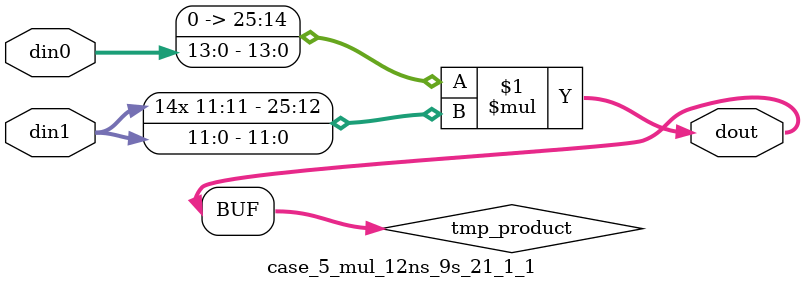
<source format=v>

`timescale 1 ns / 1 ps

 (* use_dsp = "no" *)  module case_5_mul_12ns_9s_21_1_1(din0, din1, dout);
parameter ID = 1;
parameter NUM_STAGE = 0;
parameter din0_WIDTH = 14;
parameter din1_WIDTH = 12;
parameter dout_WIDTH = 26;

input [din0_WIDTH - 1 : 0] din0; 
input [din1_WIDTH - 1 : 0] din1; 
output [dout_WIDTH - 1 : 0] dout;

wire signed [dout_WIDTH - 1 : 0] tmp_product;

























assign tmp_product = $signed({1'b0, din0}) * $signed(din1);










assign dout = tmp_product;





















endmodule

</source>
